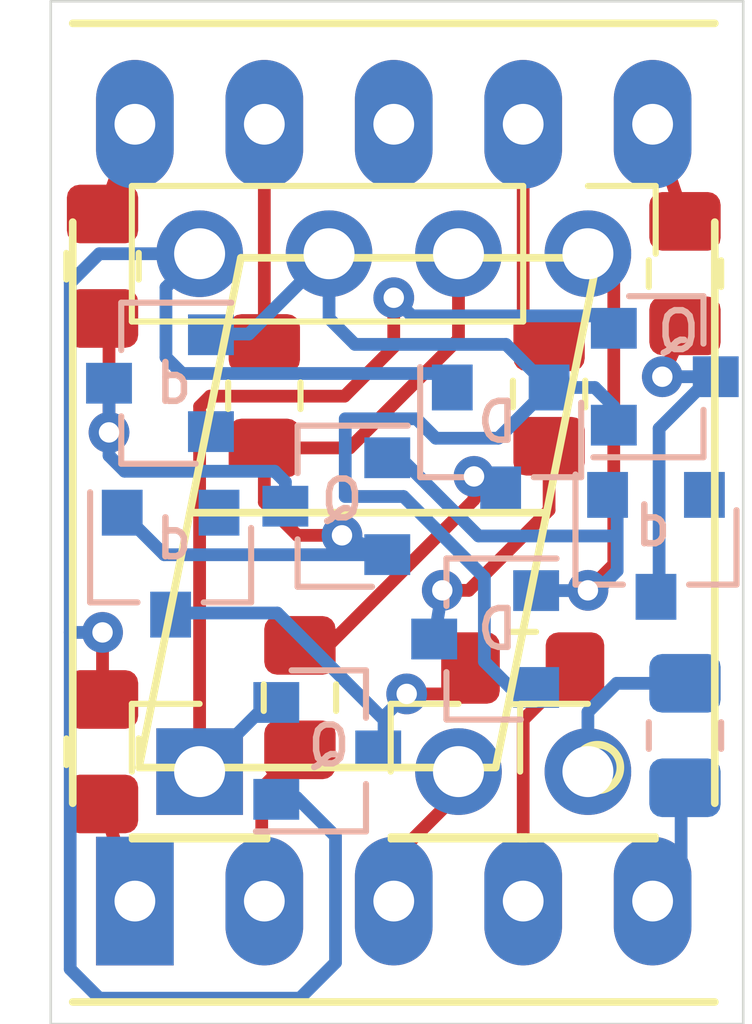
<source format=kicad_pcb>
(kicad_pcb (version 20171130) (host pcbnew 5.1.9+dfsg1-1+deb11u1)

  (general
    (thickness 1.6)
    (drawings 12)
    (tracks 127)
    (zones 0)
    (modules 21)
    (nets 22)
  )

  (page A4)
  (layers
    (0 F.Cu signal)
    (31 B.Cu signal)
    (32 B.Adhes user hide)
    (33 F.Adhes user hide)
    (34 B.Paste user hide)
    (35 F.Paste user hide)
    (36 B.SilkS user hide)
    (37 F.SilkS user hide)
    (38 B.Mask user hide)
    (39 F.Mask user hide)
    (40 Dwgs.User user hide)
    (41 Cmts.User user hide)
    (42 Eco1.User user hide)
    (43 Eco2.User user hide)
    (44 Edge.Cuts user)
    (45 Margin user hide)
    (46 B.CrtYd user hide)
    (47 F.CrtYd user hide)
    (48 B.Fab user hide)
    (49 F.Fab user hide)
  )

  (setup
    (last_trace_width 0.25)
    (trace_clearance 0.2)
    (zone_clearance 0.508)
    (zone_45_only no)
    (trace_min 0.2)
    (via_size 0.8)
    (via_drill 0.4)
    (via_min_size 0.4)
    (via_min_drill 0.3)
    (uvia_size 0.3)
    (uvia_drill 0.1)
    (uvias_allowed no)
    (uvia_min_size 0.2)
    (uvia_min_drill 0.1)
    (edge_width 0.05)
    (segment_width 0.2)
    (pcb_text_width 0.3)
    (pcb_text_size 1.5 1.5)
    (mod_edge_width 0.12)
    (mod_text_size 1 1)
    (mod_text_width 0.15)
    (pad_size 1.7 1.7)
    (pad_drill 1)
    (pad_to_mask_clearance 0)
    (aux_axis_origin 0 0)
    (visible_elements 7FFFEFFF)
    (pcbplotparams
      (layerselection 0x010fc_ffffffff)
      (usegerberextensions false)
      (usegerberattributes true)
      (usegerberadvancedattributes true)
      (creategerberjobfile true)
      (excludeedgelayer true)
      (linewidth 0.100000)
      (plotframeref false)
      (viasonmask false)
      (mode 1)
      (useauxorigin false)
      (hpglpennumber 1)
      (hpglpenspeed 20)
      (hpglpendiameter 15.000000)
      (psnegative false)
      (psa4output false)
      (plotreference true)
      (plotvalue true)
      (plotinvisibletext false)
      (padsonsilk false)
      (subtractmaskfromsilk false)
      (outputformat 1)
      (mirror false)
      (drillshape 1)
      (scaleselection 1)
      (outputdirectory ""))
  )

  (net 0 "")
  (net 1 "Net-(AFF1-Pad1)")
  (net 2 "Net-(AFF1-Pad2)")
  (net 3 "Net-(AFF1-Pad3)")
  (net 4 "Net-(AFF1-Pad4)")
  (net 5 "Net-(AFF1-Pad5)")
  (net 6 "Net-(AFF1-Pad6)")
  (net 7 "Net-(AFF1-Pad7)")
  (net 8 "Net-(AFF1-Pad9)")
  (net 9 "Net-(AFF1-Pad10)")
  (net 10 "Net-(D1-Pad3)")
  (net 11 "Net-(D1-Pad2)")
  (net 12 "Net-(D1-Pad1)")
  (net 13 "Net-(D2-Pad1)")
  (net 14 "Net-(D3-Pad2)")
  (net 15 "Net-(D3-Pad1)")
  (net 16 "Net-(D4-Pad3)")
  (net 17 "Net-(D4-Pad1)")
  (net 18 "Net-(D5-Pad1)")
  (net 19 "Net-(J1-Pad1)")
  (net 20 "Net-(J2-Pad1)")
  (net 21 "Net-(AFF1-Pad8)")

  (net_class Default "This is the default net class."
    (clearance 0.2)
    (trace_width 0.25)
    (via_dia 0.8)
    (via_drill 0.4)
    (uvia_dia 0.3)
    (uvia_drill 0.1)
    (add_net "Net-(AFF1-Pad1)")
    (add_net "Net-(AFF1-Pad10)")
    (add_net "Net-(AFF1-Pad2)")
    (add_net "Net-(AFF1-Pad3)")
    (add_net "Net-(AFF1-Pad4)")
    (add_net "Net-(AFF1-Pad5)")
    (add_net "Net-(AFF1-Pad6)")
    (add_net "Net-(AFF1-Pad7)")
    (add_net "Net-(AFF1-Pad8)")
    (add_net "Net-(AFF1-Pad9)")
    (add_net "Net-(D1-Pad1)")
    (add_net "Net-(D1-Pad2)")
    (add_net "Net-(D1-Pad3)")
    (add_net "Net-(D2-Pad1)")
    (add_net "Net-(D3-Pad1)")
    (add_net "Net-(D3-Pad2)")
    (add_net "Net-(D4-Pad1)")
    (add_net "Net-(D4-Pad3)")
    (add_net "Net-(D5-Pad1)")
    (add_net "Net-(J1-Pad1)")
    (add_net "Net-(J2-Pad1)")
  )

  (module Connector_PinHeader_2.54mm:PinHeader_1x01_P2.54mm_Vertical (layer F.Cu) (tedit 6541B3D2) (tstamp 6542E249)
    (at 146.05 78.74)
    (descr "Through hole straight pin header, 1x01, 2.54mm pitch, single row")
    (tags "Through hole pin header THT 1x01 2.54mm single row")
    (path /655213ED)
    (fp_text reference J4 (at 0 -2.33) (layer F.SilkS) hide
      (effects (font (size 1 1) (thickness 0.15)))
    )
    (fp_text value Conn_01x01_Male (at 0 2.33) (layer F.Fab)
      (effects (font (size 1 1) (thickness 0.15)))
    )
    (fp_text user %R (at 0 0 90) (layer F.Fab)
      (effects (font (size 1 1) (thickness 0.15)))
    )
    (fp_line (start -0.635 -1.27) (end 1.27 -1.27) (layer F.Fab) (width 0.1))
    (fp_line (start 1.27 -1.27) (end 1.27 1.27) (layer F.Fab) (width 0.1))
    (fp_line (start 1.27 1.27) (end -1.27 1.27) (layer F.Fab) (width 0.1))
    (fp_line (start -1.27 1.27) (end -1.27 -0.635) (layer F.Fab) (width 0.1))
    (fp_line (start -1.27 -0.635) (end -0.635 -1.27) (layer F.Fab) (width 0.1))
    (fp_line (start -1.33 1.33) (end 1.33 1.33) (layer F.SilkS) (width 0.12))
    (fp_line (start -1.33 1.27) (end -1.33 1.33) (layer F.SilkS) (width 0.12))
    (fp_line (start 1.33 1.27) (end 1.33 1.33) (layer F.SilkS) (width 0.12))
    (fp_line (start -1.33 1.27) (end 1.33 1.27) (layer F.SilkS) (width 0.12))
    (fp_line (start -1.33 0) (end -1.33 -1.33) (layer F.SilkS) (width 0.12))
    (fp_line (start -1.33 -1.33) (end 0 -1.33) (layer F.SilkS) (width 0.12))
    (fp_line (start -1.8 -1.8) (end -1.8 1.8) (layer F.CrtYd) (width 0.05))
    (fp_line (start -1.8 1.8) (end 1.8 1.8) (layer F.CrtYd) (width 0.05))
    (fp_line (start 1.8 1.8) (end 1.8 -1.8) (layer F.CrtYd) (width 0.05))
    (fp_line (start 1.8 -1.8) (end -1.8 -1.8) (layer F.CrtYd) (width 0.05))
    (pad 1 thru_hole circle (at 0 0) (size 1.7 1.7) (drill 1) (layers *.Cu *.Mask)
      (net 3 "Net-(AFF1-Pad3)"))
    (model ${KISYS3DMOD}/Connector_PinHeader_2.54mm.3dshapes/PinHeader_1x01_P2.54mm_Vertical.wrl
      (at (xyz 0 0 0))
      (scale (xyz 1 1 1))
      (rotate (xyz 0 0 0))
    )
  )

  (module Package_TO_SOT_SMD:SOT-23 (layer B.Cu) (tedit 5A02FF57) (tstamp 6542383F)
    (at 146.878 72.204 270)
    (descr "SOT-23, Standard")
    (tags SOT-23)
    (path /6541A081)
    (attr smd)
    (fp_text reference D4 (at 0 2.5 90) (layer B.SilkS) hide
      (effects (font (size 1 1) (thickness 0.15)) (justify mirror))
    )
    (fp_text value D_Schottky_x2_KCom_AAK (at 0 -2.5 90) (layer B.Fab)
      (effects (font (size 1 1) (thickness 0.15)) (justify mirror))
    )
    (fp_line (start 0.76 -1.58) (end -0.7 -1.58) (layer B.SilkS) (width 0.12))
    (fp_line (start 0.76 1.58) (end -1.4 1.58) (layer B.SilkS) (width 0.12))
    (fp_line (start -1.7 -1.75) (end -1.7 1.75) (layer B.CrtYd) (width 0.05))
    (fp_line (start 1.7 -1.75) (end -1.7 -1.75) (layer B.CrtYd) (width 0.05))
    (fp_line (start 1.7 1.75) (end 1.7 -1.75) (layer B.CrtYd) (width 0.05))
    (fp_line (start -1.7 1.75) (end 1.7 1.75) (layer B.CrtYd) (width 0.05))
    (fp_line (start 0.76 1.58) (end 0.76 0.65) (layer B.SilkS) (width 0.12))
    (fp_line (start 0.76 -1.58) (end 0.76 -0.65) (layer B.SilkS) (width 0.12))
    (fp_line (start -0.7 -1.52) (end 0.7 -1.52) (layer B.Fab) (width 0.1))
    (fp_line (start 0.7 1.52) (end 0.7 -1.52) (layer B.Fab) (width 0.1))
    (fp_line (start -0.7 0.95) (end -0.15 1.52) (layer B.Fab) (width 0.1))
    (fp_line (start -0.15 1.52) (end 0.7 1.52) (layer B.Fab) (width 0.1))
    (fp_line (start -0.7 0.95) (end -0.7 -1.5) (layer B.Fab) (width 0.1))
    (fp_text user %R (at 0 0 180) (layer B.Fab)
      (effects (font (size 0.5 0.5) (thickness 0.075)) (justify mirror))
    )
    (pad 3 smd rect (at 1 0 270) (size 0.9 0.8) (layers B.Cu B.Paste B.Mask)
      (net 16 "Net-(D4-Pad3)"))
    (pad 2 smd rect (at -1 -0.95 270) (size 0.9 0.8) (layers B.Cu B.Paste B.Mask)
      (net 11 "Net-(D1-Pad2)"))
    (pad 1 smd rect (at -1 0.95 270) (size 0.9 0.8) (layers B.Cu B.Paste B.Mask)
      (net 17 "Net-(D4-Pad1)"))
    (model ${KISYS3DMOD}/Package_TO_SOT_SMD.3dshapes/SOT-23.wrl
      (at (xyz 0 0 0))
      (scale (xyz 1 1 1))
      (rotate (xyz 0 0 0))
    )
  )

  (module Package_TO_SOT_SMD:SOT-23 (layer B.Cu) (tedit 5A02FF57) (tstamp 654235CA)
    (at 146.574 76.139 180)
    (descr "SOT-23, Standard")
    (tags SOT-23)
    (path /65419F56)
    (attr smd)
    (fp_text reference D1 (at 0 2.5) (layer B.SilkS) hide
      (effects (font (size 1 1) (thickness 0.15)) (justify mirror))
    )
    (fp_text value D_Schottky_x2_KCom_AAK (at 0 -2.5) (layer B.Fab)
      (effects (font (size 1 1) (thickness 0.15)) (justify mirror))
    )
    (fp_line (start 0.76 -1.58) (end -0.7 -1.58) (layer B.SilkS) (width 0.12))
    (fp_line (start 0.76 1.58) (end -1.4 1.58) (layer B.SilkS) (width 0.12))
    (fp_line (start -1.7 -1.75) (end -1.7 1.75) (layer B.CrtYd) (width 0.05))
    (fp_line (start 1.7 -1.75) (end -1.7 -1.75) (layer B.CrtYd) (width 0.05))
    (fp_line (start 1.7 1.75) (end 1.7 -1.75) (layer B.CrtYd) (width 0.05))
    (fp_line (start -1.7 1.75) (end 1.7 1.75) (layer B.CrtYd) (width 0.05))
    (fp_line (start 0.76 1.58) (end 0.76 0.65) (layer B.SilkS) (width 0.12))
    (fp_line (start 0.76 -1.58) (end 0.76 -0.65) (layer B.SilkS) (width 0.12))
    (fp_line (start -0.7 -1.52) (end 0.7 -1.52) (layer B.Fab) (width 0.1))
    (fp_line (start 0.7 1.52) (end 0.7 -1.52) (layer B.Fab) (width 0.1))
    (fp_line (start -0.7 0.95) (end -0.15 1.52) (layer B.Fab) (width 0.1))
    (fp_line (start -0.15 1.52) (end 0.7 1.52) (layer B.Fab) (width 0.1))
    (fp_line (start -0.7 0.95) (end -0.7 -1.5) (layer B.Fab) (width 0.1))
    (fp_text user %R (at 0 0 270) (layer B.Fab)
      (effects (font (size 0.5 0.5) (thickness 0.075)) (justify mirror))
    )
    (pad 3 smd rect (at 1 0 180) (size 0.9 0.8) (layers B.Cu B.Paste B.Mask)
      (net 10 "Net-(D1-Pad3)"))
    (pad 2 smd rect (at -1 -0.95 180) (size 0.9 0.8) (layers B.Cu B.Paste B.Mask)
      (net 11 "Net-(D1-Pad2)"))
    (pad 1 smd rect (at -1 0.95 180) (size 0.9 0.8) (layers B.Cu B.Paste B.Mask)
      (net 12 "Net-(D1-Pad1)"))
    (model ${KISYS3DMOD}/Package_TO_SOT_SMD.3dshapes/SOT-23.wrl
      (at (xyz 0 0 0))
      (scale (xyz 1 1 1))
      (rotate (xyz 0 0 0))
    )
  )

  (module Diode_SMD:D_SOT-23_ANK (layer B.Cu) (tedit 587CCEF9) (tstamp 654238F6)
    (at 140.192 71.12 180)
    (descr "SOT-23, Single Diode")
    (tags SOT-23)
    (path /6541E7AC)
    (attr smd)
    (fp_text reference D5 (at 0 2.5) (layer B.SilkS) hide
      (effects (font (size 1 1) (thickness 0.15)) (justify mirror))
    )
    (fp_text value 1N4148W (at 0 -2.5) (layer B.Fab)
      (effects (font (size 1 1) (thickness 0.15)) (justify mirror))
    )
    (fp_line (start 0.76 -1.58) (end -0.7 -1.58) (layer B.SilkS) (width 0.12))
    (fp_line (start -0.7 1.52) (end -0.7 -1.52) (layer B.Fab) (width 0.1))
    (fp_line (start -0.7 1.52) (end 0.7 1.52) (layer B.Fab) (width 0.1))
    (fp_line (start 0.76 1.58) (end -1.4 1.58) (layer B.SilkS) (width 0.12))
    (fp_line (start -1.7 -1.75) (end -1.7 1.75) (layer B.CrtYd) (width 0.05))
    (fp_line (start 1.7 -1.75) (end -1.7 -1.75) (layer B.CrtYd) (width 0.05))
    (fp_line (start 1.7 1.75) (end 1.7 -1.75) (layer B.CrtYd) (width 0.05))
    (fp_line (start -1.7 1.75) (end 1.7 1.75) (layer B.CrtYd) (width 0.05))
    (fp_line (start -0.7 -1.52) (end 0.7 -1.52) (layer B.Fab) (width 0.1))
    (fp_line (start 0.7 1.52) (end 0.7 -1.52) (layer B.Fab) (width 0.1))
    (fp_line (start 0.76 1.58) (end 0.76 0.65) (layer B.SilkS) (width 0.12))
    (fp_line (start 0.76 -1.58) (end 0.76 -0.65) (layer B.SilkS) (width 0.12))
    (fp_line (start 0.15 0.65) (end 0.15 0.25) (layer B.Fab) (width 0.1))
    (fp_line (start 0.15 0.45) (end 0.4 0.45) (layer B.Fab) (width 0.1))
    (fp_line (start 0.15 0.45) (end -0.15 0.65) (layer B.Fab) (width 0.1))
    (fp_line (start -0.15 0.65) (end -0.15 0.25) (layer B.Fab) (width 0.1))
    (fp_line (start -0.15 0.25) (end 0.15 0.45) (layer B.Fab) (width 0.1))
    (fp_line (start -0.15 0.45) (end -0.4 0.45) (layer B.Fab) (width 0.1))
    (fp_text user %R (at 0 2.5) (layer B.Fab)
      (effects (font (size 1 1) (thickness 0.15)) (justify mirror))
    )
    (pad 1 smd rect (at 1 0 180) (size 0.9 0.8) (layers B.Cu B.Paste B.Mask)
      (net 18 "Net-(D5-Pad1)"))
    (pad "" smd rect (at -1 -0.95 180) (size 0.9 0.8) (layers B.Cu B.Paste B.Mask))
    (pad 2 smd rect (at -1 0.95 180) (size 0.9 0.8) (layers B.Cu B.Paste B.Mask)
      (net 11 "Net-(D1-Pad2)"))
    (model ${KISYS3DMOD}/Diode_SMD.3dshapes/D_SOT-23.wrl
      (at (xyz 0 0 0))
      (scale (xyz 1 1 1))
      (rotate (xyz 0 0 0))
    )
  )

  (module Diode_SMD:D_SOT-23_ANK (layer B.Cu) (tedit 587CCEF9) (tstamp 65423738)
    (at 140.401 74.66 270)
    (descr "SOT-23, Single Diode")
    (tags SOT-23)
    (path /6541E3F4)
    (attr smd)
    (fp_text reference D3 (at 0 2.5 90) (layer B.SilkS) hide
      (effects (font (size 1 1) (thickness 0.15)) (justify mirror))
    )
    (fp_text value 1N4148W (at 0 -2.5 90) (layer B.Fab)
      (effects (font (size 1 1) (thickness 0.15)) (justify mirror))
    )
    (fp_line (start 0.76 -1.58) (end -0.7 -1.58) (layer B.SilkS) (width 0.12))
    (fp_line (start -0.7 1.52) (end -0.7 -1.52) (layer B.Fab) (width 0.1))
    (fp_line (start -0.7 1.52) (end 0.7 1.52) (layer B.Fab) (width 0.1))
    (fp_line (start 0.76 1.58) (end -1.4 1.58) (layer B.SilkS) (width 0.12))
    (fp_line (start -1.7 -1.75) (end -1.7 1.75) (layer B.CrtYd) (width 0.05))
    (fp_line (start 1.7 -1.75) (end -1.7 -1.75) (layer B.CrtYd) (width 0.05))
    (fp_line (start 1.7 1.75) (end 1.7 -1.75) (layer B.CrtYd) (width 0.05))
    (fp_line (start -1.7 1.75) (end 1.7 1.75) (layer B.CrtYd) (width 0.05))
    (fp_line (start -0.7 -1.52) (end 0.7 -1.52) (layer B.Fab) (width 0.1))
    (fp_line (start 0.7 1.52) (end 0.7 -1.52) (layer B.Fab) (width 0.1))
    (fp_line (start 0.76 1.58) (end 0.76 0.65) (layer B.SilkS) (width 0.12))
    (fp_line (start 0.76 -1.58) (end 0.76 -0.65) (layer B.SilkS) (width 0.12))
    (fp_line (start 0.15 0.65) (end 0.15 0.25) (layer B.Fab) (width 0.1))
    (fp_line (start 0.15 0.45) (end 0.4 0.45) (layer B.Fab) (width 0.1))
    (fp_line (start 0.15 0.45) (end -0.15 0.65) (layer B.Fab) (width 0.1))
    (fp_line (start -0.15 0.65) (end -0.15 0.25) (layer B.Fab) (width 0.1))
    (fp_line (start -0.15 0.25) (end 0.15 0.45) (layer B.Fab) (width 0.1))
    (fp_line (start -0.15 0.45) (end -0.4 0.45) (layer B.Fab) (width 0.1))
    (fp_text user %R (at 0 2.5 90) (layer B.Fab)
      (effects (font (size 1 1) (thickness 0.15)) (justify mirror))
    )
    (pad 1 smd rect (at 1 0 270) (size 0.9 0.8) (layers B.Cu B.Paste B.Mask)
      (net 15 "Net-(D3-Pad1)"))
    (pad "" smd rect (at -1 -0.95 270) (size 0.9 0.8) (layers B.Cu B.Paste B.Mask))
    (pad 2 smd rect (at -1 0.95 270) (size 0.9 0.8) (layers B.Cu B.Paste B.Mask)
      (net 14 "Net-(D3-Pad2)"))
    (model ${KISYS3DMOD}/Diode_SMD.3dshapes/D_SOT-23.wrl
      (at (xyz 0 0 0))
      (scale (xyz 1 1 1))
      (rotate (xyz 0 0 0))
    )
  )

  (module Diode_SMD:D_SOT-23_ANK (layer B.Cu) (tedit 587CCEF9) (tstamp 65423681)
    (at 149.926 74.311 270)
    (descr "SOT-23, Single Diode")
    (tags SOT-23)
    (path /6541E1BB)
    (attr smd)
    (fp_text reference D2 (at 0 2.5 90) (layer B.SilkS) hide
      (effects (font (size 1 1) (thickness 0.15)) (justify mirror))
    )
    (fp_text value 1N4148W (at 0 -2.5 90) (layer B.Fab)
      (effects (font (size 1 1) (thickness 0.15)) (justify mirror))
    )
    (fp_line (start 0.76 -1.58) (end -0.7 -1.58) (layer B.SilkS) (width 0.12))
    (fp_line (start -0.7 1.52) (end -0.7 -1.52) (layer B.Fab) (width 0.1))
    (fp_line (start -0.7 1.52) (end 0.7 1.52) (layer B.Fab) (width 0.1))
    (fp_line (start 0.76 1.58) (end -1.4 1.58) (layer B.SilkS) (width 0.12))
    (fp_line (start -1.7 -1.75) (end -1.7 1.75) (layer B.CrtYd) (width 0.05))
    (fp_line (start 1.7 -1.75) (end -1.7 -1.75) (layer B.CrtYd) (width 0.05))
    (fp_line (start 1.7 1.75) (end 1.7 -1.75) (layer B.CrtYd) (width 0.05))
    (fp_line (start -1.7 1.75) (end 1.7 1.75) (layer B.CrtYd) (width 0.05))
    (fp_line (start -0.7 -1.52) (end 0.7 -1.52) (layer B.Fab) (width 0.1))
    (fp_line (start 0.7 1.52) (end 0.7 -1.52) (layer B.Fab) (width 0.1))
    (fp_line (start 0.76 1.58) (end 0.76 0.65) (layer B.SilkS) (width 0.12))
    (fp_line (start 0.76 -1.58) (end 0.76 -0.65) (layer B.SilkS) (width 0.12))
    (fp_line (start 0.15 0.65) (end 0.15 0.25) (layer B.Fab) (width 0.1))
    (fp_line (start 0.15 0.45) (end 0.4 0.45) (layer B.Fab) (width 0.1))
    (fp_line (start 0.15 0.45) (end -0.15 0.65) (layer B.Fab) (width 0.1))
    (fp_line (start -0.15 0.65) (end -0.15 0.25) (layer B.Fab) (width 0.1))
    (fp_line (start -0.15 0.25) (end 0.15 0.45) (layer B.Fab) (width 0.1))
    (fp_line (start -0.15 0.45) (end -0.4 0.45) (layer B.Fab) (width 0.1))
    (fp_text user %R (at 0 2.5 90) (layer B.Fab)
      (effects (font (size 1 1) (thickness 0.15)) (justify mirror))
    )
    (pad 1 smd rect (at 1 0 270) (size 0.9 0.8) (layers B.Cu B.Paste B.Mask)
      (net 13 "Net-(D2-Pad1)"))
    (pad "" smd rect (at -1 -0.95 270) (size 0.9 0.8) (layers B.Cu B.Paste B.Mask))
    (pad 2 smd rect (at -1 0.95 270) (size 0.9 0.8) (layers B.Cu B.Paste B.Mask)
      (net 12 "Net-(D1-Pad1)"))
    (model ${KISYS3DMOD}/Diode_SMD.3dshapes/D_SOT-23.wrl
      (at (xyz 0 0 0))
      (scale (xyz 1 1 1))
      (rotate (xyz 0 0 0))
    )
  )

  (module Resistor_SMD:R_0805_2012Metric_Pad1.15x1.40mm_HandSolder (layer B.Cu) (tedit 5B36C52B) (tstamp 65424709)
    (at 150.495 78.0325 90)
    (descr "Resistor SMD 0805 (2012 Metric), square (rectangular) end terminal, IPC_7351 nominal with elongated pad for handsoldering. (Body size source: https://docs.google.com/spreadsheets/d/1BsfQQcO9C6DZCsRaXUlFlo91Tg2WpOkGARC1WS5S8t0/edit?usp=sharing), generated with kicad-footprint-generator")
    (tags "resistor handsolder")
    (path /654B1E96)
    (attr smd)
    (fp_text reference R8 (at 0 1.65 90) (layer B.SilkS) hide
      (effects (font (size 1 1) (thickness 0.15)) (justify mirror))
    )
    (fp_text value R (at 0 -1.65 90) (layer B.Fab)
      (effects (font (size 1 1) (thickness 0.15)) (justify mirror))
    )
    (fp_line (start 1.85 -0.95) (end -1.85 -0.95) (layer B.CrtYd) (width 0.05))
    (fp_line (start 1.85 0.95) (end 1.85 -0.95) (layer B.CrtYd) (width 0.05))
    (fp_line (start -1.85 0.95) (end 1.85 0.95) (layer B.CrtYd) (width 0.05))
    (fp_line (start -1.85 -0.95) (end -1.85 0.95) (layer B.CrtYd) (width 0.05))
    (fp_line (start -0.261252 -0.71) (end 0.261252 -0.71) (layer B.SilkS) (width 0.12))
    (fp_line (start -0.261252 0.71) (end 0.261252 0.71) (layer B.SilkS) (width 0.12))
    (fp_line (start 1 -0.6) (end -1 -0.6) (layer B.Fab) (width 0.1))
    (fp_line (start 1 0.6) (end 1 -0.6) (layer B.Fab) (width 0.1))
    (fp_line (start -1 0.6) (end 1 0.6) (layer B.Fab) (width 0.1))
    (fp_line (start -1 -0.6) (end -1 0.6) (layer B.Fab) (width 0.1))
    (fp_text user %R (at 0 0 90) (layer B.Fab)
      (effects (font (size 0.5 0.5) (thickness 0.08)) (justify mirror))
    )
    (pad 2 smd roundrect (at 1.025 0 90) (size 1.15 1.4) (layers B.Cu B.Paste B.Mask) (roundrect_rratio 0.217391)
      (net 19 "Net-(J1-Pad1)"))
    (pad 1 smd roundrect (at -1.025 0 90) (size 1.15 1.4) (layers B.Cu B.Paste B.Mask) (roundrect_rratio 0.217391)
      (net 5 "Net-(AFF1-Pad5)"))
    (model ${KISYS3DMOD}/Resistor_SMD.3dshapes/R_0805_2012Metric.wrl
      (at (xyz 0 0 0))
      (scale (xyz 1 1 1))
      (rotate (xyz 0 0 0))
    )
  )

  (module Resistor_SMD:R_0805_2012Metric_Pad1.15x1.40mm_HandSolder (layer F.Cu) (tedit 5B36C52B) (tstamp 65424682)
    (at 139.065 68.825 270)
    (descr "Resistor SMD 0805 (2012 Metric), square (rectangular) end terminal, IPC_7351 nominal with elongated pad for handsoldering. (Body size source: https://docs.google.com/spreadsheets/d/1BsfQQcO9C6DZCsRaXUlFlo91Tg2WpOkGARC1WS5S8t0/edit?usp=sharing), generated with kicad-footprint-generator")
    (tags "resistor handsolder")
    (path /65420B81)
    (attr smd)
    (fp_text reference R7 (at 0 -1.65 90) (layer F.SilkS) hide
      (effects (font (size 1 1) (thickness 0.15)))
    )
    (fp_text value R (at 0 1.65 90) (layer F.Fab)
      (effects (font (size 1 1) (thickness 0.15)))
    )
    (fp_line (start 1.85 0.95) (end -1.85 0.95) (layer F.CrtYd) (width 0.05))
    (fp_line (start 1.85 -0.95) (end 1.85 0.95) (layer F.CrtYd) (width 0.05))
    (fp_line (start -1.85 -0.95) (end 1.85 -0.95) (layer F.CrtYd) (width 0.05))
    (fp_line (start -1.85 0.95) (end -1.85 -0.95) (layer F.CrtYd) (width 0.05))
    (fp_line (start -0.261252 0.71) (end 0.261252 0.71) (layer F.SilkS) (width 0.12))
    (fp_line (start -0.261252 -0.71) (end 0.261252 -0.71) (layer F.SilkS) (width 0.12))
    (fp_line (start 1 0.6) (end -1 0.6) (layer F.Fab) (width 0.1))
    (fp_line (start 1 -0.6) (end 1 0.6) (layer F.Fab) (width 0.1))
    (fp_line (start -1 -0.6) (end 1 -0.6) (layer F.Fab) (width 0.1))
    (fp_line (start -1 0.6) (end -1 -0.6) (layer F.Fab) (width 0.1))
    (fp_text user %R (at 0 0 90) (layer F.Fab)
      (effects (font (size 0.5 0.5) (thickness 0.08)))
    )
    (pad 2 smd roundrect (at 1.025 0 270) (size 1.15 1.4) (layers F.Cu F.Paste F.Mask) (roundrect_rratio 0.217391)
      (net 18 "Net-(D5-Pad1)"))
    (pad 1 smd roundrect (at -1.025 0 270) (size 1.15 1.4) (layers F.Cu F.Paste F.Mask) (roundrect_rratio 0.217391)
      (net 9 "Net-(AFF1-Pad10)"))
    (model ${KISYS3DMOD}/Resistor_SMD.3dshapes/R_0805_2012Metric.wrl
      (at (xyz 0 0 0))
      (scale (xyz 1 1 1))
      (rotate (xyz 0 0 0))
    )
  )

  (module Resistor_SMD:R_0805_2012Metric_Pad1.15x1.40mm_HandSolder (layer F.Cu) (tedit 5B36C52B) (tstamp 654245FB)
    (at 142.24 71.365 270)
    (descr "Resistor SMD 0805 (2012 Metric), square (rectangular) end terminal, IPC_7351 nominal with elongated pad for handsoldering. (Body size source: https://docs.google.com/spreadsheets/d/1BsfQQcO9C6DZCsRaXUlFlo91Tg2WpOkGARC1WS5S8t0/edit?usp=sharing), generated with kicad-footprint-generator")
    (tags "resistor handsolder")
    (path /65420765)
    (attr smd)
    (fp_text reference R6 (at 0 -1.65 90) (layer F.SilkS) hide
      (effects (font (size 1 1) (thickness 0.15)))
    )
    (fp_text value R (at 0 1.65 90) (layer F.Fab)
      (effects (font (size 1 1) (thickness 0.15)))
    )
    (fp_line (start 1.85 0.95) (end -1.85 0.95) (layer F.CrtYd) (width 0.05))
    (fp_line (start 1.85 -0.95) (end 1.85 0.95) (layer F.CrtYd) (width 0.05))
    (fp_line (start -1.85 -0.95) (end 1.85 -0.95) (layer F.CrtYd) (width 0.05))
    (fp_line (start -1.85 0.95) (end -1.85 -0.95) (layer F.CrtYd) (width 0.05))
    (fp_line (start -0.261252 0.71) (end 0.261252 0.71) (layer F.SilkS) (width 0.12))
    (fp_line (start -0.261252 -0.71) (end 0.261252 -0.71) (layer F.SilkS) (width 0.12))
    (fp_line (start 1 0.6) (end -1 0.6) (layer F.Fab) (width 0.1))
    (fp_line (start 1 -0.6) (end 1 0.6) (layer F.Fab) (width 0.1))
    (fp_line (start -1 -0.6) (end 1 -0.6) (layer F.Fab) (width 0.1))
    (fp_line (start -1 0.6) (end -1 -0.6) (layer F.Fab) (width 0.1))
    (fp_text user %R (at 0 0 90) (layer F.Fab)
      (effects (font (size 0.5 0.5) (thickness 0.08)))
    )
    (pad 2 smd roundrect (at 1.025 0 270) (size 1.15 1.4) (layers F.Cu F.Paste F.Mask) (roundrect_rratio 0.217391)
      (net 14 "Net-(D3-Pad2)"))
    (pad 1 smd roundrect (at -1.025 0 270) (size 1.15 1.4) (layers F.Cu F.Paste F.Mask) (roundrect_rratio 0.217391)
      (net 8 "Net-(AFF1-Pad9)"))
    (model ${KISYS3DMOD}/Resistor_SMD.3dshapes/R_0805_2012Metric.wrl
      (at (xyz 0 0 0))
      (scale (xyz 1 1 1))
      (rotate (xyz 0 0 0))
    )
  )

  (module Resistor_SMD:R_0805_2012Metric_Pad1.15x1.40mm_HandSolder (layer F.Cu) (tedit 5B36C52B) (tstamp 65424574)
    (at 139.065 78.35 90)
    (descr "Resistor SMD 0805 (2012 Metric), square (rectangular) end terminal, IPC_7351 nominal with elongated pad for handsoldering. (Body size source: https://docs.google.com/spreadsheets/d/1BsfQQcO9C6DZCsRaXUlFlo91Tg2WpOkGARC1WS5S8t0/edit?usp=sharing), generated with kicad-footprint-generator")
    (tags "resistor handsolder")
    (path /654204CF)
    (attr smd)
    (fp_text reference R5 (at 0 -1.65 90) (layer F.SilkS) hide
      (effects (font (size 1 1) (thickness 0.15)))
    )
    (fp_text value R (at 0 1.65 90) (layer F.Fab)
      (effects (font (size 1 1) (thickness 0.15)))
    )
    (fp_line (start 1.85 0.95) (end -1.85 0.95) (layer F.CrtYd) (width 0.05))
    (fp_line (start 1.85 -0.95) (end 1.85 0.95) (layer F.CrtYd) (width 0.05))
    (fp_line (start -1.85 -0.95) (end 1.85 -0.95) (layer F.CrtYd) (width 0.05))
    (fp_line (start -1.85 0.95) (end -1.85 -0.95) (layer F.CrtYd) (width 0.05))
    (fp_line (start -0.261252 0.71) (end 0.261252 0.71) (layer F.SilkS) (width 0.12))
    (fp_line (start -0.261252 -0.71) (end 0.261252 -0.71) (layer F.SilkS) (width 0.12))
    (fp_line (start 1 0.6) (end -1 0.6) (layer F.Fab) (width 0.1))
    (fp_line (start 1 -0.6) (end 1 0.6) (layer F.Fab) (width 0.1))
    (fp_line (start -1 -0.6) (end 1 -0.6) (layer F.Fab) (width 0.1))
    (fp_line (start -1 0.6) (end -1 -0.6) (layer F.Fab) (width 0.1))
    (fp_text user %R (at 0 0 90) (layer F.Fab)
      (effects (font (size 0.5 0.5) (thickness 0.08)))
    )
    (pad 2 smd roundrect (at 1.025 0 90) (size 1.15 1.4) (layers F.Cu F.Paste F.Mask) (roundrect_rratio 0.217391)
      (net 17 "Net-(D4-Pad1)"))
    (pad 1 smd roundrect (at -1.025 0 90) (size 1.15 1.4) (layers F.Cu F.Paste F.Mask) (roundrect_rratio 0.217391)
      (net 1 "Net-(AFF1-Pad1)"))
    (model ${KISYS3DMOD}/Resistor_SMD.3dshapes/R_0805_2012Metric.wrl
      (at (xyz 0 0 0))
      (scale (xyz 1 1 1))
      (rotate (xyz 0 0 0))
    )
  )

  (module Resistor_SMD:R_0805_2012Metric_Pad1.15x1.40mm_HandSolder (layer F.Cu) (tedit 5B36C52B) (tstamp 654244ED)
    (at 142.9385 77.2885 90)
    (descr "Resistor SMD 0805 (2012 Metric), square (rectangular) end terminal, IPC_7351 nominal with elongated pad for handsoldering. (Body size source: https://docs.google.com/spreadsheets/d/1BsfQQcO9C6DZCsRaXUlFlo91Tg2WpOkGARC1WS5S8t0/edit?usp=sharing), generated with kicad-footprint-generator")
    (tags "resistor handsolder")
    (path /6542010D)
    (attr smd)
    (fp_text reference R4 (at 0 -1.65 90) (layer F.SilkS) hide
      (effects (font (size 1 1) (thickness 0.15)))
    )
    (fp_text value R (at 0 1.65 90) (layer F.Fab)
      (effects (font (size 1 1) (thickness 0.15)))
    )
    (fp_line (start 1.85 0.95) (end -1.85 0.95) (layer F.CrtYd) (width 0.05))
    (fp_line (start 1.85 -0.95) (end 1.85 0.95) (layer F.CrtYd) (width 0.05))
    (fp_line (start -1.85 -0.95) (end 1.85 -0.95) (layer F.CrtYd) (width 0.05))
    (fp_line (start -1.85 0.95) (end -1.85 -0.95) (layer F.CrtYd) (width 0.05))
    (fp_line (start -0.261252 0.71) (end 0.261252 0.71) (layer F.SilkS) (width 0.12))
    (fp_line (start -0.261252 -0.71) (end 0.261252 -0.71) (layer F.SilkS) (width 0.12))
    (fp_line (start 1 0.6) (end -1 0.6) (layer F.Fab) (width 0.1))
    (fp_line (start 1 -0.6) (end 1 0.6) (layer F.Fab) (width 0.1))
    (fp_line (start -1 -0.6) (end 1 -0.6) (layer F.Fab) (width 0.1))
    (fp_line (start -1 0.6) (end -1 -0.6) (layer F.Fab) (width 0.1))
    (fp_text user %R (at 0 0 90) (layer F.Fab)
      (effects (font (size 0.5 0.5) (thickness 0.08)))
    )
    (pad 2 smd roundrect (at 1.025 0 90) (size 1.15 1.4) (layers F.Cu F.Paste F.Mask) (roundrect_rratio 0.217391)
      (net 16 "Net-(D4-Pad3)"))
    (pad 1 smd roundrect (at -1.025 0 90) (size 1.15 1.4) (layers F.Cu F.Paste F.Mask) (roundrect_rratio 0.217391)
      (net 2 "Net-(AFF1-Pad2)"))
    (model ${KISYS3DMOD}/Resistor_SMD.3dshapes/R_0805_2012Metric.wrl
      (at (xyz 0 0 0))
      (scale (xyz 1 1 1))
      (rotate (xyz 0 0 0))
    )
  )

  (module Resistor_SMD:R_0805_2012Metric_Pad1.15x1.40mm_HandSolder (layer F.Cu) (tedit 5B36C52B) (tstamp 65424466)
    (at 147.311 76.708 180)
    (descr "Resistor SMD 0805 (2012 Metric), square (rectangular) end terminal, IPC_7351 nominal with elongated pad for handsoldering. (Body size source: https://docs.google.com/spreadsheets/d/1BsfQQcO9C6DZCsRaXUlFlo91Tg2WpOkGARC1WS5S8t0/edit?usp=sharing), generated with kicad-footprint-generator")
    (tags "resistor handsolder")
    (path /6541FD88)
    (attr smd)
    (fp_text reference R3 (at 0 -1.65) (layer F.SilkS) hide
      (effects (font (size 1 1) (thickness 0.15)))
    )
    (fp_text value R (at 0 1.65) (layer F.Fab)
      (effects (font (size 1 1) (thickness 0.15)))
    )
    (fp_line (start 1.85 0.95) (end -1.85 0.95) (layer F.CrtYd) (width 0.05))
    (fp_line (start 1.85 -0.95) (end 1.85 0.95) (layer F.CrtYd) (width 0.05))
    (fp_line (start -1.85 -0.95) (end 1.85 -0.95) (layer F.CrtYd) (width 0.05))
    (fp_line (start -1.85 0.95) (end -1.85 -0.95) (layer F.CrtYd) (width 0.05))
    (fp_line (start -0.261252 0.71) (end 0.261252 0.71) (layer F.SilkS) (width 0.12))
    (fp_line (start -0.261252 -0.71) (end 0.261252 -0.71) (layer F.SilkS) (width 0.12))
    (fp_line (start 1 0.6) (end -1 0.6) (layer F.Fab) (width 0.1))
    (fp_line (start 1 -0.6) (end 1 0.6) (layer F.Fab) (width 0.1))
    (fp_line (start -1 -0.6) (end 1 -0.6) (layer F.Fab) (width 0.1))
    (fp_line (start -1 0.6) (end -1 -0.6) (layer F.Fab) (width 0.1))
    (fp_text user %R (at 0 0) (layer F.Fab)
      (effects (font (size 0.5 0.5) (thickness 0.08)))
    )
    (pad 2 smd roundrect (at 1.025 0 180) (size 1.15 1.4) (layers F.Cu F.Paste F.Mask) (roundrect_rratio 0.217391)
      (net 15 "Net-(D3-Pad1)"))
    (pad 1 smd roundrect (at -1.025 0 180) (size 1.15 1.4) (layers F.Cu F.Paste F.Mask) (roundrect_rratio 0.217391)
      (net 4 "Net-(AFF1-Pad4)"))
    (model ${KISYS3DMOD}/Resistor_SMD.3dshapes/R_0805_2012Metric.wrl
      (at (xyz 0 0 0))
      (scale (xyz 1 1 1))
      (rotate (xyz 0 0 0))
    )
  )

  (module Resistor_SMD:R_0805_2012Metric_Pad1.15x1.40mm_HandSolder (layer F.Cu) (tedit 5B36C52B) (tstamp 654243DF)
    (at 150.495 68.97 270)
    (descr "Resistor SMD 0805 (2012 Metric), square (rectangular) end terminal, IPC_7351 nominal with elongated pad for handsoldering. (Body size source: https://docs.google.com/spreadsheets/d/1BsfQQcO9C6DZCsRaXUlFlo91Tg2WpOkGARC1WS5S8t0/edit?usp=sharing), generated with kicad-footprint-generator")
    (tags "resistor handsolder")
    (path /6541F9C2)
    (attr smd)
    (fp_text reference R2 (at 0 -1.65 90) (layer F.SilkS) hide
      (effects (font (size 1 1) (thickness 0.15)))
    )
    (fp_text value R (at 0 1.65 90) (layer F.Fab)
      (effects (font (size 1 1) (thickness 0.15)))
    )
    (fp_line (start 1.85 0.95) (end -1.85 0.95) (layer F.CrtYd) (width 0.05))
    (fp_line (start 1.85 -0.95) (end 1.85 0.95) (layer F.CrtYd) (width 0.05))
    (fp_line (start -1.85 -0.95) (end 1.85 -0.95) (layer F.CrtYd) (width 0.05))
    (fp_line (start -1.85 0.95) (end -1.85 -0.95) (layer F.CrtYd) (width 0.05))
    (fp_line (start -0.261252 0.71) (end 0.261252 0.71) (layer F.SilkS) (width 0.12))
    (fp_line (start -0.261252 -0.71) (end 0.261252 -0.71) (layer F.SilkS) (width 0.12))
    (fp_line (start 1 0.6) (end -1 0.6) (layer F.Fab) (width 0.1))
    (fp_line (start 1 -0.6) (end 1 0.6) (layer F.Fab) (width 0.1))
    (fp_line (start -1 -0.6) (end 1 -0.6) (layer F.Fab) (width 0.1))
    (fp_line (start -1 0.6) (end -1 -0.6) (layer F.Fab) (width 0.1))
    (fp_text user %R (at 0 0 90) (layer F.Fab)
      (effects (font (size 0.5 0.5) (thickness 0.08)))
    )
    (pad 2 smd roundrect (at 1.025 0 270) (size 1.15 1.4) (layers F.Cu F.Paste F.Mask) (roundrect_rratio 0.217391)
      (net 13 "Net-(D2-Pad1)"))
    (pad 1 smd roundrect (at -1.025 0 270) (size 1.15 1.4) (layers F.Cu F.Paste F.Mask) (roundrect_rratio 0.217391)
      (net 6 "Net-(AFF1-Pad6)"))
    (model ${KISYS3DMOD}/Resistor_SMD.3dshapes/R_0805_2012Metric.wrl
      (at (xyz 0 0 0))
      (scale (xyz 1 1 1))
      (rotate (xyz 0 0 0))
    )
  )

  (module Resistor_SMD:R_0805_2012Metric_Pad1.15x1.40mm_HandSolder (layer F.Cu) (tedit 5B36C52B) (tstamp 65424358)
    (at 147.828 71.3322 270)
    (descr "Resistor SMD 0805 (2012 Metric), square (rectangular) end terminal, IPC_7351 nominal with elongated pad for handsoldering. (Body size source: https://docs.google.com/spreadsheets/d/1BsfQQcO9C6DZCsRaXUlFlo91Tg2WpOkGARC1WS5S8t0/edit?usp=sharing), generated with kicad-footprint-generator")
    (tags "resistor handsolder")
    (path /6541F1A1)
    (attr smd)
    (fp_text reference R1 (at 0 -1.65 90) (layer F.SilkS) hide
      (effects (font (size 1 1) (thickness 0.15)))
    )
    (fp_text value R (at 0 1.65 90) (layer F.Fab)
      (effects (font (size 1 1) (thickness 0.15)))
    )
    (fp_line (start 1.85 0.95) (end -1.85 0.95) (layer F.CrtYd) (width 0.05))
    (fp_line (start 1.85 -0.95) (end 1.85 0.95) (layer F.CrtYd) (width 0.05))
    (fp_line (start -1.85 -0.95) (end 1.85 -0.95) (layer F.CrtYd) (width 0.05))
    (fp_line (start -1.85 0.95) (end -1.85 -0.95) (layer F.CrtYd) (width 0.05))
    (fp_line (start -0.261252 0.71) (end 0.261252 0.71) (layer F.SilkS) (width 0.12))
    (fp_line (start -0.261252 -0.71) (end 0.261252 -0.71) (layer F.SilkS) (width 0.12))
    (fp_line (start 1 0.6) (end -1 0.6) (layer F.Fab) (width 0.1))
    (fp_line (start 1 -0.6) (end 1 0.6) (layer F.Fab) (width 0.1))
    (fp_line (start -1 -0.6) (end 1 -0.6) (layer F.Fab) (width 0.1))
    (fp_line (start -1 0.6) (end -1 -0.6) (layer F.Fab) (width 0.1))
    (fp_text user %R (at 0 0 90) (layer F.Fab)
      (effects (font (size 0.5 0.5) (thickness 0.08)))
    )
    (pad 2 smd roundrect (at 1.025 0 270) (size 1.15 1.4) (layers F.Cu F.Paste F.Mask) (roundrect_rratio 0.217391)
      (net 10 "Net-(D1-Pad3)"))
    (pad 1 smd roundrect (at -1.025 0 270) (size 1.15 1.4) (layers F.Cu F.Paste F.Mask) (roundrect_rratio 0.217391)
      (net 7 "Net-(AFF1-Pad7)"))
    (model ${KISYS3DMOD}/Resistor_SMD.3dshapes/R_0805_2012Metric.wrl
      (at (xyz 0 0 0))
      (scale (xyz 1 1 1))
      (rotate (xyz 0 0 0))
    )
  )

  (module Package_TO_SOT_SMD:SOT-23 (layer B.Cu) (tedit 5A02FF57) (tstamp 654242D1)
    (at 143.653 73.533 180)
    (descr "SOT-23, Standard")
    (tags SOT-23)
    (path /6541BA0A)
    (attr smd)
    (fp_text reference Q3 (at 0 2.5) (layer B.SilkS) hide
      (effects (font (size 1 1) (thickness 0.15)) (justify mirror))
    )
    (fp_text value DTA123E (at 0 -2.5) (layer B.Fab)
      (effects (font (size 1 1) (thickness 0.15)) (justify mirror))
    )
    (fp_line (start 0.76 -1.58) (end -0.7 -1.58) (layer B.SilkS) (width 0.12))
    (fp_line (start 0.76 1.58) (end -1.4 1.58) (layer B.SilkS) (width 0.12))
    (fp_line (start -1.7 -1.75) (end -1.7 1.75) (layer B.CrtYd) (width 0.05))
    (fp_line (start 1.7 -1.75) (end -1.7 -1.75) (layer B.CrtYd) (width 0.05))
    (fp_line (start 1.7 1.75) (end 1.7 -1.75) (layer B.CrtYd) (width 0.05))
    (fp_line (start -1.7 1.75) (end 1.7 1.75) (layer B.CrtYd) (width 0.05))
    (fp_line (start 0.76 1.58) (end 0.76 0.65) (layer B.SilkS) (width 0.12))
    (fp_line (start 0.76 -1.58) (end 0.76 -0.65) (layer B.SilkS) (width 0.12))
    (fp_line (start -0.7 -1.52) (end 0.7 -1.52) (layer B.Fab) (width 0.1))
    (fp_line (start 0.7 1.52) (end 0.7 -1.52) (layer B.Fab) (width 0.1))
    (fp_line (start -0.7 0.95) (end -0.15 1.52) (layer B.Fab) (width 0.1))
    (fp_line (start -0.15 1.52) (end 0.7 1.52) (layer B.Fab) (width 0.1))
    (fp_line (start -0.7 0.95) (end -0.7 -1.5) (layer B.Fab) (width 0.1))
    (fp_text user %R (at 0 0 270) (layer B.Fab)
      (effects (font (size 0.5 0.5) (thickness 0.075)) (justify mirror))
    )
    (pad 3 smd rect (at 1 0 180) (size 0.9 0.8) (layers B.Cu B.Paste B.Mask)
      (net 18 "Net-(D5-Pad1)"))
    (pad 2 smd rect (at -1 -0.95 180) (size 0.9 0.8) (layers B.Cu B.Paste B.Mask)
      (net 14 "Net-(D3-Pad2)"))
    (pad 1 smd rect (at -1 0.95 180) (size 0.9 0.8) (layers B.Cu B.Paste B.Mask)
      (net 12 "Net-(D1-Pad1)"))
    (model ${KISYS3DMOD}/Package_TO_SOT_SMD.3dshapes/SOT-23.wrl
      (at (xyz 0 0 0))
      (scale (xyz 1 1 1))
      (rotate (xyz 0 0 0))
    )
  )

  (module Package_TO_SOT_SMD:SOT-23 (layer B.Cu) (tedit 5A02FF57) (tstamp 654241CA)
    (at 143.4752 78.3336)
    (descr "SOT-23, Standard")
    (tags SOT-23)
    (path /6541B573)
    (attr smd)
    (fp_text reference Q2 (at 0 2.5) (layer B.SilkS) hide
      (effects (font (size 1 1) (thickness 0.15)) (justify mirror))
    )
    (fp_text value DTA123E (at 0 -2.5) (layer B.Fab)
      (effects (font (size 1 1) (thickness 0.15)) (justify mirror))
    )
    (fp_line (start 0.76 -1.58) (end -0.7 -1.58) (layer B.SilkS) (width 0.12))
    (fp_line (start 0.76 1.58) (end -1.4 1.58) (layer B.SilkS) (width 0.12))
    (fp_line (start -1.7 -1.75) (end -1.7 1.75) (layer B.CrtYd) (width 0.05))
    (fp_line (start 1.7 -1.75) (end -1.7 -1.75) (layer B.CrtYd) (width 0.05))
    (fp_line (start 1.7 1.75) (end 1.7 -1.75) (layer B.CrtYd) (width 0.05))
    (fp_line (start -1.7 1.75) (end 1.7 1.75) (layer B.CrtYd) (width 0.05))
    (fp_line (start 0.76 1.58) (end 0.76 0.65) (layer B.SilkS) (width 0.12))
    (fp_line (start 0.76 -1.58) (end 0.76 -0.65) (layer B.SilkS) (width 0.12))
    (fp_line (start -0.7 -1.52) (end 0.7 -1.52) (layer B.Fab) (width 0.1))
    (fp_line (start 0.7 1.52) (end 0.7 -1.52) (layer B.Fab) (width 0.1))
    (fp_line (start -0.7 0.95) (end -0.15 1.52) (layer B.Fab) (width 0.1))
    (fp_line (start -0.15 1.52) (end 0.7 1.52) (layer B.Fab) (width 0.1))
    (fp_line (start -0.7 0.95) (end -0.7 -1.5) (layer B.Fab) (width 0.1))
    (fp_text user %R (at 0 0 -90) (layer B.Fab)
      (effects (font (size 0.5 0.5) (thickness 0.075)) (justify mirror))
    )
    (pad 3 smd rect (at 1 0) (size 0.9 0.8) (layers B.Cu B.Paste B.Mask)
      (net 15 "Net-(D3-Pad1)"))
    (pad 2 smd rect (at -1 -0.95) (size 0.9 0.8) (layers B.Cu B.Paste B.Mask)
      (net 20 "Net-(J2-Pad1)"))
    (pad 1 smd rect (at -1 0.95) (size 0.9 0.8) (layers B.Cu B.Paste B.Mask)
      (net 17 "Net-(D4-Pad1)"))
    (model ${KISYS3DMOD}/Package_TO_SOT_SMD.3dshapes/SOT-23.wrl
      (at (xyz 0 0 0))
      (scale (xyz 1 1 1))
      (rotate (xyz 0 0 0))
    )
  )

  (module Package_TO_SOT_SMD:SOT-23 (layer B.Cu) (tedit 5A02FF57) (tstamp 654240C3)
    (at 150.098 70.993)
    (descr "SOT-23, Standard")
    (tags SOT-23)
    (path /6541AC7E)
    (attr smd)
    (fp_text reference Q1 (at 0 2.5) (layer B.SilkS) hide
      (effects (font (size 1 1) (thickness 0.15)) (justify mirror))
    )
    (fp_text value DTA123E (at 0 -2.5) (layer B.Fab)
      (effects (font (size 1 1) (thickness 0.15)) (justify mirror))
    )
    (fp_line (start 0.76 -1.58) (end -0.7 -1.58) (layer B.SilkS) (width 0.12))
    (fp_line (start 0.76 1.58) (end -1.4 1.58) (layer B.SilkS) (width 0.12))
    (fp_line (start -1.7 -1.75) (end -1.7 1.75) (layer B.CrtYd) (width 0.05))
    (fp_line (start 1.7 -1.75) (end -1.7 -1.75) (layer B.CrtYd) (width 0.05))
    (fp_line (start 1.7 1.75) (end 1.7 -1.75) (layer B.CrtYd) (width 0.05))
    (fp_line (start -1.7 1.75) (end 1.7 1.75) (layer B.CrtYd) (width 0.05))
    (fp_line (start 0.76 1.58) (end 0.76 0.65) (layer B.SilkS) (width 0.12))
    (fp_line (start 0.76 -1.58) (end 0.76 -0.65) (layer B.SilkS) (width 0.12))
    (fp_line (start -0.7 -1.52) (end 0.7 -1.52) (layer B.Fab) (width 0.1))
    (fp_line (start 0.7 1.52) (end 0.7 -1.52) (layer B.Fab) (width 0.1))
    (fp_line (start -0.7 0.95) (end -0.15 1.52) (layer B.Fab) (width 0.1))
    (fp_line (start -0.15 1.52) (end 0.7 1.52) (layer B.Fab) (width 0.1))
    (fp_line (start -0.7 0.95) (end -0.7 -1.5) (layer B.Fab) (width 0.1))
    (fp_text user %R (at 0 0 -90) (layer B.Fab)
      (effects (font (size 0.5 0.5) (thickness 0.075)) (justify mirror))
    )
    (pad 3 smd rect (at 1 0) (size 0.9 0.8) (layers B.Cu B.Paste B.Mask)
      (net 13 "Net-(D2-Pad1)"))
    (pad 2 smd rect (at -1 -0.95) (size 0.9 0.8) (layers B.Cu B.Paste B.Mask)
      (net 20 "Net-(J2-Pad1)"))
    (pad 1 smd rect (at -1 0.95) (size 0.9 0.8) (layers B.Cu B.Paste B.Mask)
      (net 11 "Net-(D1-Pad2)"))
    (model ${KISYS3DMOD}/Package_TO_SOT_SMD.3dshapes/SOT-23.wrl
      (at (xyz 0 0 0))
      (scale (xyz 1 1 1))
      (rotate (xyz 0 0 0))
    )
  )

  (module Connector_PinHeader_2.54mm:PinHeader_1x04_P2.54mm_Vertical (layer F.Cu) (tedit 6541A8E5) (tstamp 65423FBC)
    (at 148.59 68.58 270)
    (descr "Through hole straight pin header, 1x04, 2.54mm pitch, single row")
    (tags "Through hole pin header THT 1x04 2.54mm single row")
    (path /654B8CC6)
    (fp_text reference J3 (at 0 -2.33 90) (layer F.SilkS) hide
      (effects (font (size 1 1) (thickness 0.15)))
    )
    (fp_text value Conn_01x04_Male (at 0 9.95 90) (layer F.Fab)
      (effects (font (size 1 1) (thickness 0.15)))
    )
    (fp_line (start 1.8 -1.8) (end -1.8 -1.8) (layer F.CrtYd) (width 0.05))
    (fp_line (start 1.8 9.4) (end 1.8 -1.8) (layer F.CrtYd) (width 0.05))
    (fp_line (start -1.8 9.4) (end 1.8 9.4) (layer F.CrtYd) (width 0.05))
    (fp_line (start -1.8 -1.8) (end -1.8 9.4) (layer F.CrtYd) (width 0.05))
    (fp_line (start -1.33 -1.33) (end 0 -1.33) (layer F.SilkS) (width 0.12))
    (fp_line (start -1.33 0) (end -1.33 -1.33) (layer F.SilkS) (width 0.12))
    (fp_line (start -1.33 1.27) (end 1.33 1.27) (layer F.SilkS) (width 0.12))
    (fp_line (start 1.33 1.27) (end 1.33 8.95) (layer F.SilkS) (width 0.12))
    (fp_line (start -1.33 1.27) (end -1.33 8.95) (layer F.SilkS) (width 0.12))
    (fp_line (start -1.33 8.95) (end 1.33 8.95) (layer F.SilkS) (width 0.12))
    (fp_line (start -1.27 -0.635) (end -0.635 -1.27) (layer F.Fab) (width 0.1))
    (fp_line (start -1.27 8.89) (end -1.27 -0.635) (layer F.Fab) (width 0.1))
    (fp_line (start 1.27 8.89) (end -1.27 8.89) (layer F.Fab) (width 0.1))
    (fp_line (start 1.27 -1.27) (end 1.27 8.89) (layer F.Fab) (width 0.1))
    (fp_line (start -0.635 -1.27) (end 1.27 -1.27) (layer F.Fab) (width 0.1))
    (fp_text user %R (at 0 3.81) (layer F.Fab)
      (effects (font (size 1 1) (thickness 0.15)))
    )
    (pad 4 thru_hole oval (at 0 7.62 270) (size 1.7 1.7) (drill 1) (layers *.Cu *.Mask)
      (net 17 "Net-(D4-Pad1)"))
    (pad 3 thru_hole oval (at 0 5.08 270) (size 1.7 1.7) (drill 1) (layers *.Cu *.Mask)
      (net 11 "Net-(D1-Pad2)"))
    (pad 2 thru_hole oval (at 0 2.54 270) (size 1.7 1.7) (drill 1) (layers *.Cu *.Mask)
      (net 14 "Net-(D3-Pad2)"))
    (pad 1 thru_hole circle (at 0 0 270) (size 1.7 1.7) (drill 1) (layers *.Cu *.Mask)
      (net 12 "Net-(D1-Pad1)"))
    (model ${KISYS3DMOD}/Connector_PinHeader_2.54mm.3dshapes/PinHeader_1x04_P2.54mm_Vertical.wrl
      (at (xyz 0 0 0))
      (scale (xyz 1 1 1))
      (rotate (xyz 0 0 0))
    )
  )

  (module Connector_PinHeader_2.54mm:PinHeader_1x01_P2.54mm_Vertical (layer F.Cu) (tedit 6541A8ED) (tstamp 65423D78)
    (at 140.97 78.74)
    (descr "Through hole straight pin header, 1x01, 2.54mm pitch, single row")
    (tags "Through hole pin header THT 1x01 2.54mm single row")
    (path /654B688E)
    (fp_text reference J2 (at 0 -2.33) (layer F.SilkS) hide
      (effects (font (size 1 1) (thickness 0.15)))
    )
    (fp_text value Conn_01x01_Male (at 0 2.33) (layer F.Fab)
      (effects (font (size 1 1) (thickness 0.15)))
    )
    (fp_line (start 1.8 -1.8) (end -1.8 -1.8) (layer F.CrtYd) (width 0.05))
    (fp_line (start 1.8 1.8) (end 1.8 -1.8) (layer F.CrtYd) (width 0.05))
    (fp_line (start -1.8 1.8) (end 1.8 1.8) (layer F.CrtYd) (width 0.05))
    (fp_line (start -1.8 -1.8) (end -1.8 1.8) (layer F.CrtYd) (width 0.05))
    (fp_line (start -1.33 -1.33) (end 0 -1.33) (layer F.SilkS) (width 0.12))
    (fp_line (start -1.33 0) (end -1.33 -1.33) (layer F.SilkS) (width 0.12))
    (fp_line (start -1.33 1.27) (end 1.33 1.27) (layer F.SilkS) (width 0.12))
    (fp_line (start 1.33 1.27) (end 1.33 1.33) (layer F.SilkS) (width 0.12))
    (fp_line (start -1.33 1.27) (end -1.33 1.33) (layer F.SilkS) (width 0.12))
    (fp_line (start -1.33 1.33) (end 1.33 1.33) (layer F.SilkS) (width 0.12))
    (fp_line (start -1.27 -0.635) (end -0.635 -1.27) (layer F.Fab) (width 0.1))
    (fp_line (start -1.27 1.27) (end -1.27 -0.635) (layer F.Fab) (width 0.1))
    (fp_line (start 1.27 1.27) (end -1.27 1.27) (layer F.Fab) (width 0.1))
    (fp_line (start 1.27 -1.27) (end 1.27 1.27) (layer F.Fab) (width 0.1))
    (fp_line (start -0.635 -1.27) (end 1.27 -1.27) (layer F.Fab) (width 0.1))
    (fp_text user %R (at 0 0 90) (layer F.Fab)
      (effects (font (size 1 1) (thickness 0.15)))
    )
    (pad 1 thru_hole rect (at 0 0) (size 1.7 1.7) (drill 1) (layers *.Cu *.Mask)
      (net 20 "Net-(J2-Pad1)"))
    (model ${KISYS3DMOD}/Connector_PinHeader_2.54mm.3dshapes/PinHeader_1x01_P2.54mm_Vertical.wrl
      (at (xyz 0 0 0))
      (scale (xyz 1 1 1))
      (rotate (xyz 0 0 0))
    )
  )

  (module Connector_PinHeader_2.54mm:PinHeader_1x01_P2.54mm_Vertical (layer F.Cu) (tedit 6541A8D1) (tstamp 65423B37)
    (at 148.59 78.74)
    (descr "Through hole straight pin header, 1x01, 2.54mm pitch, single row")
    (tags "Through hole pin header THT 1x01 2.54mm single row")
    (path /654B77E4)
    (fp_text reference J1 (at 0 -2.33) (layer F.SilkS) hide
      (effects (font (size 1 1) (thickness 0.15)))
    )
    (fp_text value Conn_01x01_Male (at 0 2.33) (layer F.Fab)
      (effects (font (size 1 1) (thickness 0.15)))
    )
    (fp_line (start 1.8 -1.8) (end -1.8 -1.8) (layer F.CrtYd) (width 0.05))
    (fp_line (start 1.8 1.8) (end 1.8 -1.8) (layer F.CrtYd) (width 0.05))
    (fp_line (start -1.8 1.8) (end 1.8 1.8) (layer F.CrtYd) (width 0.05))
    (fp_line (start -1.8 -1.8) (end -1.8 1.8) (layer F.CrtYd) (width 0.05))
    (fp_line (start -1.33 -1.33) (end 0 -1.33) (layer F.SilkS) (width 0.12))
    (fp_line (start -1.33 0) (end -1.33 -1.33) (layer F.SilkS) (width 0.12))
    (fp_line (start -1.33 1.27) (end 1.33 1.27) (layer F.SilkS) (width 0.12))
    (fp_line (start 1.33 1.27) (end 1.33 1.33) (layer F.SilkS) (width 0.12))
    (fp_line (start -1.33 1.27) (end -1.33 1.33) (layer F.SilkS) (width 0.12))
    (fp_line (start -1.33 1.33) (end 1.33 1.33) (layer F.SilkS) (width 0.12))
    (fp_line (start -1.27 -0.635) (end -0.635 -1.27) (layer F.Fab) (width 0.1))
    (fp_line (start -1.27 1.27) (end -1.27 -0.635) (layer F.Fab) (width 0.1))
    (fp_line (start 1.27 1.27) (end -1.27 1.27) (layer F.Fab) (width 0.1))
    (fp_line (start 1.27 -1.27) (end 1.27 1.27) (layer F.Fab) (width 0.1))
    (fp_line (start -0.635 -1.27) (end 1.27 -1.27) (layer F.Fab) (width 0.1))
    (fp_text user %R (at 0 0 90) (layer F.Fab)
      (effects (font (size 1 1) (thickness 0.15)))
    )
    (pad 1 thru_hole circle (at 0 0) (size 1.7 1.7) (drill 1) (layers *.Cu *.Mask)
      (net 19 "Net-(J1-Pad1)"))
    (model ${KISYS3DMOD}/Connector_PinHeader_2.54mm.3dshapes/PinHeader_1x01_P2.54mm_Vertical.wrl
      (at (xyz 0 0 0))
      (scale (xyz 1 1 1))
      (rotate (xyz 0 0 0))
    )
  )

  (module Display_7Segment:7SegmentLED_LTS6760_LTS6780 (layer F.Cu) (tedit 5BE69100) (tstamp 6541C232)
    (at 139.7 81.28 90)
    (descr "7-Segment Display, LTS67x0, http://optoelectronics.liteon.com/upload/download/DS30-2001-355/S6760jd.pdf")
    (tags "7Segment LED LTS6760 LTS6780")
    (path /65419201)
    (fp_text reference AFF1 (at 7.62 -2.42 90) (layer F.SilkS) hide
      (effects (font (size 1 1) (thickness 0.15)))
    )
    (fp_text value LTS-6980HR (at 7.62 12.58 90) (layer F.Fab)
      (effects (font (size 1 1) (thickness 0.15)))
    )
    (fp_line (start -2.38 -1.67) (end 17.62 -1.67) (layer F.CrtYd) (width 0.05))
    (fp_line (start -2.38 11.83) (end -2.38 -1.67) (layer F.CrtYd) (width 0.05))
    (fp_line (start 17.62 11.83) (end -2.38 11.83) (layer F.CrtYd) (width 0.05))
    (fp_line (start 17.62 -1.67) (end 17.62 11.83) (layer F.CrtYd) (width 0.05))
    (fp_line (start 12.62 2.08) (end 7.62 1.08) (layer F.SilkS) (width 0.15))
    (fp_line (start 7.62 1.08) (end 2.62 0.08) (layer F.SilkS) (width 0.15))
    (fp_line (start 2.62 0.08) (end 2.62 7.08) (layer F.SilkS) (width 0.15))
    (fp_line (start 2.62 7.08) (end 7.62 8.08) (layer F.SilkS) (width 0.15))
    (fp_line (start 12.62 9.08) (end 7.62 8.08) (layer F.SilkS) (width 0.15))
    (fp_line (start 7.62 8.08) (end 7.62 1.08) (layer F.SilkS) (width 0.15))
    (fp_line (start 12.62 2.08) (end 12.62 9.08) (layer F.SilkS) (width 0.15))
    (fp_line (start -1.98 11.38) (end -1.98 -1.22) (layer F.SilkS) (width 0.15))
    (fp_line (start 13.32 -1.22) (end 1.92 -1.22) (layer F.SilkS) (width 0.15))
    (fp_line (start 13.32 11.38) (end 1.92 11.38) (layer F.SilkS) (width 0.15))
    (fp_line (start 17.22 -1.22) (end 17.22 11.38) (layer F.SilkS) (width 0.15))
    (fp_circle (center 2.62 9.08) (end 2.42 9.48) (layer F.SilkS) (width 0.15))
    (fp_line (start -1.88 11.33) (end 17.12 11.33) (layer F.Fab) (width 0.1))
    (fp_line (start 17.12 11.33) (end 17.12 -1.17) (layer F.Fab) (width 0.1))
    (fp_line (start 17.12 -1.17) (end -0.88 -1.17) (layer F.Fab) (width 0.1))
    (fp_line (start -0.88 -1.17) (end -1.88 -0.17) (layer F.Fab) (width 0.1))
    (fp_line (start -1.88 -0.17) (end -1.88 11.33) (layer F.Fab) (width 0.1))
    (fp_text user %R (at 7.87 5.08 90) (layer F.Fab)
      (effects (font (size 1 1) (thickness 0.15)))
    )
    (pad 1 thru_hole rect (at 0 0) (size 1.524 2.524) (drill 0.8) (layers *.Cu *.Mask)
      (net 1 "Net-(AFF1-Pad1)"))
    (pad 2 thru_hole oval (at 0 2.54) (size 1.524 2.524) (drill 0.8) (layers *.Cu *.Mask)
      (net 2 "Net-(AFF1-Pad2)"))
    (pad 3 thru_hole oval (at 0 5.08) (size 1.524 2.524) (drill 0.8) (layers *.Cu *.Mask)
      (net 3 "Net-(AFF1-Pad3)"))
    (pad 4 thru_hole oval (at 0 7.62) (size 1.524 2.524) (drill 0.8) (layers *.Cu *.Mask)
      (net 4 "Net-(AFF1-Pad4)"))
    (pad 5 thru_hole oval (at 0 10.16) (size 1.524 2.524) (drill 0.8) (layers *.Cu *.Mask)
      (net 5 "Net-(AFF1-Pad5)"))
    (pad 6 thru_hole oval (at 15.24 10.16) (size 1.524 2.524) (drill 0.8) (layers *.Cu *.Mask)
      (net 6 "Net-(AFF1-Pad6)"))
    (pad 7 thru_hole oval (at 15.24 7.62) (size 1.524 2.524) (drill 0.8) (layers *.Cu *.Mask)
      (net 7 "Net-(AFF1-Pad7)"))
    (pad 8 thru_hole oval (at 15.24 5.08) (size 1.524 2.524) (drill 0.8) (layers *.Cu *.Mask)
      (net 21 "Net-(AFF1-Pad8)"))
    (pad 9 thru_hole oval (at 15.24 2.54) (size 1.524 2.524) (drill 0.8) (layers *.Cu *.Mask)
      (net 8 "Net-(AFF1-Pad9)"))
    (pad 10 thru_hole oval (at 15.24 0) (size 1.524 2.524) (drill 0.8) (layers *.Cu *.Mask)
      (net 9 "Net-(AFF1-Pad10)"))
    (model ${KISYS3DMOD}/Display_7Segment.3dshapes/7SegmentLED_LTS6760_LTS6780.wrl
      (at (xyz 0 0 0))
      (scale (xyz 1 1 1))
      (rotate (xyz 0 0 0))
    )
  )

  (gr_text d (at 140.462 74.168) (layer B.SilkS)
    (effects (font (size 0.762 0.762) (thickness 0.127)) (justify mirror))
  )
  (gr_text D (at 146.812 75.946) (layer B.SilkS)
    (effects (font (size 0.762 0.762) (thickness 0.127)) (justify mirror))
  )
  (gr_text d (at 149.86 73.914) (layer B.SilkS)
    (effects (font (size 0.762 0.762) (thickness 0.127)) (justify mirror))
  )
  (gr_text D (at 146.812 71.882) (layer B.SilkS)
    (effects (font (size 0.762 0.762) (thickness 0.127)) (justify mirror))
  )
  (gr_text d (at 140.462 71.12) (layer B.SilkS)
    (effects (font (size 0.762 0.762) (thickness 0.127)) (justify mirror))
  )
  (gr_text Q (at 143.764 73.406) (layer B.SilkS)
    (effects (font (size 0.762 0.762) (thickness 0.127)) (justify mirror))
  )
  (gr_text Q (at 143.51 78.232) (layer B.SilkS)
    (effects (font (size 0.762 0.762) (thickness 0.127)) (justify mirror))
  )
  (gr_text Q (at 150.368 70.104) (layer B.SilkS)
    (effects (font (size 0.762 0.762) (thickness 0.127)) (justify mirror))
  )
  (gr_line (start 138.049 83.693) (end 138.049 63.627) (layer Edge.Cuts) (width 0.05) (tstamp 6542B3A3))
  (gr_line (start 151.638 83.693) (end 138.049 83.693) (layer Edge.Cuts) (width 0.05))
  (gr_line (start 151.638 63.627) (end 151.638 83.693) (layer Edge.Cuts) (width 0.05))
  (gr_line (start 138.049 63.627) (end 151.638 63.627) (layer Edge.Cuts) (width 0.05))

  (segment (start 139.065 79.375) (end 139.7 81.28) (width 0.25) (layer F.Cu) (net 1))
  (segment (start 142.1892 79.0628) (end 142.9385 78.3135) (width 0.25) (layer F.Cu) (net 2))
  (segment (start 142.1892 81.2292) (end 142.1892 79.0628) (width 0.25) (layer F.Cu) (net 2))
  (segment (start 142.24 81.28) (end 142.1892 81.2292) (width 0.25) (layer F.Cu) (net 2))
  (segment (start 142.621 77.348) (end 142.362 77.348) (width 0.25) (layer B.Cu) (net 20))
  (segment (start 144.78 80.3275) (end 144.78 81.28) (width 0.25) (layer B.Cu) (net 3))
  (segment (start 144.78 80.433334) (end 144.78 81.28) (width 0.25) (layer F.Cu) (net 3))
  (segment (start 146.05 79.163334) (end 144.78 80.433334) (width 0.25) (layer F.Cu) (net 3))
  (segment (start 146.05 78.74) (end 146.05 79.163334) (width 0.25) (layer F.Cu) (net 3))
  (segment (start 144.78 66.04) (end 145.2245 66.04) (width 0.25) (layer B.Cu) (net 21))
  (segment (start 147.32 77.724) (end 148.336 76.708) (width 0.25) (layer F.Cu) (net 4))
  (segment (start 147.32 81.28) (end 147.32 77.724) (width 0.25) (layer F.Cu) (net 4))
  (segment (start 142.362 77.348) (end 140.97 78.74) (width 0.25) (layer B.Cu) (net 20))
  (segment (start 150.4188 80.7212) (end 149.86 81.28) (width 0.25) (layer B.Cu) (net 5))
  (segment (start 150.4188 79.1337) (end 150.4188 80.7212) (width 0.25) (layer B.Cu) (net 5))
  (segment (start 150.495 79.0575) (end 150.4188 79.1337) (width 0.25) (layer B.Cu) (net 5))
  (segment (start 149.86 66.04) (end 150.495 67.945) (width 0.25) (layer F.Cu) (net 6))
  (segment (start 147.32 69.7992) (end 147.32 66.04) (width 0.25) (layer F.Cu) (net 7))
  (segment (start 147.828 70.3072) (end 147.32 69.7992) (width 0.25) (layer F.Cu) (net 7))
  (segment (start 142.24 70.34) (end 142.24 66.04) (width 0.25) (layer F.Cu) (net 8))
  (segment (start 139.7 66.04) (end 139.065 67.8) (width 0.25) (layer F.Cu) (net 9))
  (via (at 145.7325 75.184) (size 0.8) (drill 0.4) (layers F.Cu B.Cu) (net 10))
  (segment (start 145.7325 75.184) (end 145.574 76.139) (width 0.25) (layer B.Cu) (net 10))
  (segment (start 146.2532 75.184) (end 145.7325 75.184) (width 0.25) (layer F.Cu) (net 10))
  (segment (start 147.828 73.6092) (end 146.2532 75.184) (width 0.25) (layer F.Cu) (net 10))
  (segment (start 147.828 72.3572) (end 147.828 73.6092) (width 0.25) (layer F.Cu) (net 10))
  (segment (start 147.574 77.089) (end 147.066 77.089) (width 0.25) (layer B.Cu) (net 11))
  (segment (start 143.8275 71.8185) (end 145.2245 71.8185) (width 0.25) (layer B.Cu) (net 11))
  (segment (start 147.066 77.089) (end 146.558 76.581) (width 0.25) (layer B.Cu) (net 11))
  (segment (start 144.9705 73.3425) (end 143.8275 73.3425) (width 0.25) (layer B.Cu) (net 11))
  (segment (start 143.8275 73.3425) (end 143.8275 71.8185) (width 0.25) (layer B.Cu) (net 11))
  (segment (start 146.8325 72.1995) (end 147.828 71.204) (width 0.25) (layer B.Cu) (net 11))
  (segment (start 146.558 76.581) (end 146.558 74.93) (width 0.25) (layer B.Cu) (net 11))
  (segment (start 146.558 74.93) (end 144.9705 73.3425) (width 0.25) (layer B.Cu) (net 11))
  (segment (start 145.2245 71.8185) (end 145.6055 72.1995) (width 0.25) (layer B.Cu) (net 11))
  (segment (start 145.6055 72.1995) (end 146.8325 72.1995) (width 0.25) (layer B.Cu) (net 11))
  (segment (start 148.7248 71.204) (end 147.828 71.204) (width 0.25) (layer B.Cu) (net 11))
  (segment (start 149.098 71.5772) (end 148.7248 71.204) (width 0.25) (layer B.Cu) (net 11))
  (segment (start 149.098 71.943) (end 149.098 71.5772) (width 0.25) (layer B.Cu) (net 11))
  (segment (start 141.9352 70.1548) (end 143.51 68.58) (width 0.25) (layer B.Cu) (net 11))
  (segment (start 141.1732 70.1548) (end 141.9352 70.1548) (width 0.25) (layer B.Cu) (net 11))
  (segment (start 144.018 70.358) (end 143.51 69.85) (width 0.25) (layer B.Cu) (net 11))
  (segment (start 143.51 69.85) (end 143.51 68.58) (width 0.25) (layer B.Cu) (net 11))
  (segment (start 146.982 70.358) (end 144.018 70.358) (width 0.25) (layer B.Cu) (net 11))
  (segment (start 147.828 71.204) (end 146.982 70.358) (width 0.25) (layer B.Cu) (net 11))
  (segment (start 149.164 74.8005) (end 149.164 73.311) (width 0.25) (layer B.Cu) (net 12))
  (segment (start 148.7755 75.189) (end 149.164 74.8005) (width 0.25) (layer B.Cu) (net 12))
  (segment (start 147.574 75.189) (end 148.7755 75.189) (width 0.25) (layer B.Cu) (net 12))
  (segment (start 144.9095 72.583) (end 146.4437 74.1172) (width 0.25) (layer B.Cu) (net 12))
  (segment (start 146.4437 74.1172) (end 149.1488 74.1172) (width 0.25) (layer B.Cu) (net 12))
  (segment (start 144.653 72.583) (end 144.9095 72.583) (width 0.25) (layer B.Cu) (net 12))
  (segment (start 149.098 69.088) (end 148.59 68.58) (width 0.25) (layer F.Cu) (net 12))
  (segment (start 149.098 74.676) (end 149.098 69.088) (width 0.25) (layer F.Cu) (net 12))
  (segment (start 148.59 75.184) (end 149.098 74.676) (width 0.25) (layer F.Cu) (net 12))
  (via (at 148.59 75.184) (size 0.8) (drill 0.4) (layers F.Cu B.Cu) (net 12))
  (via (at 150.0505 70.993) (size 0.8) (drill 0.4) (layers F.Cu B.Cu) (net 13))
  (segment (start 151.003 70.993) (end 150.0505 70.993) (width 0.25) (layer B.Cu) (net 13))
  (segment (start 150.0505 70.993) (end 150.495 69.995) (width 0.25) (layer F.Cu) (net 13))
  (segment (start 149.987 72.009) (end 151.003 70.993) (width 0.25) (layer B.Cu) (net 13))
  (segment (start 149.987 75.184) (end 149.987 72.009) (width 0.25) (layer B.Cu) (net 13))
  (segment (start 150.114 75.311) (end 149.987 75.184) (width 0.25) (layer B.Cu) (net 13))
  (segment (start 140.2765 74.4855) (end 139.451 73.66) (width 0.25) (layer B.Cu) (net 14))
  (segment (start 144.653 74.4855) (end 140.2765 74.4855) (width 0.25) (layer B.Cu) (net 14))
  (segment (start 144.653 74.483) (end 144.653 74.4855) (width 0.25) (layer B.Cu) (net 14))
  (via (at 143.764 74.1045) (size 0.8) (drill 0.4) (layers F.Cu B.Cu) (net 14))
  (segment (start 144.653 74.483) (end 143.764 74.1045) (width 0.25) (layer B.Cu) (net 14))
  (segment (start 146.05 70.2564) (end 146.05 68.58) (width 0.25) (layer F.Cu) (net 14))
  (segment (start 143.9164 72.39) (end 146.05 70.2564) (width 0.25) (layer F.Cu) (net 14))
  (segment (start 142.24 72.39) (end 143.9164 72.39) (width 0.25) (layer F.Cu) (net 14))
  (segment (start 142.24 73.4568) (end 142.24 72.39) (width 0.25) (layer F.Cu) (net 14))
  (segment (start 142.8877 74.1045) (end 142.24 73.4568) (width 0.25) (layer F.Cu) (net 14))
  (segment (start 143.764 74.1045) (end 142.8877 74.1045) (width 0.25) (layer F.Cu) (net 14))
  (segment (start 140.4325 75.6285) (end 140.401 75.66) (width 0.25) (layer B.Cu) (net 15))
  (segment (start 142.494 75.6285) (end 140.4325 75.6285) (width 0.25) (layer B.Cu) (net 15))
  (segment (start 144.5895 77.724) (end 142.494 75.6285) (width 0.25) (layer B.Cu) (net 15))
  (segment (start 144.5895 78.2665) (end 144.5895 77.724) (width 0.25) (layer B.Cu) (net 15))
  (segment (start 144.621 78.298) (end 144.5895 78.2665) (width 0.25) (layer B.Cu) (net 15))
  (segment (start 144.5895 77.6605) (end 145.034 77.216) (width 0.25) (layer B.Cu) (net 15))
  (segment (start 145.778 77.216) (end 146.286 76.708) (width 0.25) (layer F.Cu) (net 15))
  (segment (start 145.034 77.216) (end 145.778 77.216) (width 0.25) (layer F.Cu) (net 15))
  (segment (start 144.5895 77.724) (end 144.5895 77.6605) (width 0.25) (layer B.Cu) (net 15))
  (via (at 145.034 77.216) (size 0.8) (drill 0.4) (layers F.Cu B.Cu) (net 15))
  (via (at 146.3548 72.9488) (size 0.8) (drill 0.4) (layers F.Cu B.Cu) (net 16))
  (segment (start 143.4973 76.2635) (end 142.9385 76.2635) (width 0.25) (layer F.Cu) (net 16))
  (segment (start 146.3548 73.406) (end 143.4973 76.2635) (width 0.25) (layer F.Cu) (net 16))
  (segment (start 146.3548 72.9488) (end 146.3548 73.406) (width 0.25) (layer F.Cu) (net 16))
  (segment (start 146.878 73.204) (end 146.3548 72.9488) (width 0.25) (layer B.Cu) (net 16))
  (segment (start 139.0015 68.58) (end 140.97 68.58) (width 0.25) (layer B.Cu) (net 17))
  (segment (start 138.43 69.1515) (end 139.0015 68.58) (width 0.25) (layer B.Cu) (net 17))
  (segment (start 142.621 79.248) (end 142.875 79.248) (width 0.25) (layer B.Cu) (net 17))
  (via (at 139.065 76.0095) (size 0.8) (drill 0.4) (layers F.Cu B.Cu) (net 17))
  (segment (start 139.065 77.325) (end 139.065 76.0095) (width 0.25) (layer F.Cu) (net 17))
  (segment (start 139.065 76.0095) (end 138.43 76.0095) (width 0.25) (layer B.Cu) (net 17))
  (segment (start 138.43 76.0095) (end 138.43 69.1515) (width 0.25) (layer B.Cu) (net 17))
  (segment (start 140.3096 69.2404) (end 140.97 68.58) (width 0.25) (layer B.Cu) (net 17))
  (segment (start 140.3096 70.612) (end 140.3096 69.2404) (width 0.25) (layer B.Cu) (net 17))
  (segment (start 140.6271 70.9295) (end 140.3096 70.612) (width 0.25) (layer B.Cu) (net 17))
  (segment (start 145.796 70.9295) (end 140.6271 70.9295) (width 0.25) (layer B.Cu) (net 17))
  (segment (start 145.928 71.0615) (end 145.796 70.9295) (width 0.25) (layer B.Cu) (net 17))
  (segment (start 145.928 71.204) (end 145.928 71.0615) (width 0.25) (layer B.Cu) (net 17))
  (segment (start 138.43 82.6135) (end 138.43 76.0095) (width 0.25) (layer B.Cu) (net 17))
  (segment (start 139.0015 83.185) (end 138.43 82.6135) (width 0.25) (layer B.Cu) (net 17))
  (segment (start 142.9385 83.185) (end 139.0015 83.185) (width 0.25) (layer B.Cu) (net 17))
  (segment (start 143.637 82.4865) (end 142.9385 83.185) (width 0.25) (layer B.Cu) (net 17))
  (segment (start 143.637 80.01) (end 143.637 82.4865) (width 0.25) (layer B.Cu) (net 17))
  (segment (start 142.875 79.248) (end 143.637 80.01) (width 0.25) (layer B.Cu) (net 17))
  (segment (start 139.4968 72.8472) (end 142.4432 72.8472) (width 0.25) (layer B.Cu) (net 18))
  (segment (start 139.192 72.5424) (end 139.4968 72.8472) (width 0.25) (layer B.Cu) (net 18))
  (segment (start 139.192 69.977) (end 139.065 69.85) (width 0.25) (layer F.Cu) (net 18))
  (segment (start 142.653 73.057) (end 142.653 73.533) (width 0.25) (layer B.Cu) (net 18))
  (segment (start 142.4432 72.8472) (end 142.653 73.057) (width 0.25) (layer B.Cu) (net 18))
  (segment (start 139.192 72.0852) (end 139.192 72.5424) (width 0.25) (layer B.Cu) (net 18))
  (segment (start 139.192 72.0852) (end 139.192 69.977) (width 0.25) (layer F.Cu) (net 18))
  (via (at 139.192 72.0852) (size 0.8) (drill 0.4) (layers F.Cu B.Cu) (net 18))
  (segment (start 139.192 72.0852) (end 139.192 71.12) (width 0.25) (layer B.Cu) (net 18))
  (segment (start 149.1541 77.0075) (end 150.495 77.0075) (width 0.25) (layer B.Cu) (net 19))
  (segment (start 148.59 77.5716) (end 149.1541 77.0075) (width 0.25) (layer B.Cu) (net 19))
  (segment (start 148.59 78.74) (end 148.59 77.5716) (width 0.25) (layer B.Cu) (net 19))
  (via (at 144.78 69.4436) (size 0.8) (drill 0.4) (layers F.Cu B.Cu) (net 20))
  (segment (start 140.97 71.5772) (end 140.97 78.74) (width 0.25) (layer F.Cu) (net 20))
  (segment (start 141.1732 71.374) (end 140.97 71.5772) (width 0.25) (layer F.Cu) (net 20))
  (segment (start 143.8148 71.374) (end 141.1732 71.374) (width 0.25) (layer F.Cu) (net 20))
  (segment (start 144.78 70.4088) (end 143.8148 71.374) (width 0.25) (layer F.Cu) (net 20))
  (segment (start 144.78 69.4436) (end 144.78 70.4088) (width 0.25) (layer F.Cu) (net 20))
  (segment (start 145.1356 69.7992) (end 144.78 69.4436) (width 0.25) (layer B.Cu) (net 20))
  (segment (start 148.8542 69.7992) (end 145.1356 69.7992) (width 0.25) (layer B.Cu) (net 20))
  (segment (start 149.098 70.043) (end 148.8542 69.7992) (width 0.25) (layer B.Cu) (net 20))

)

</source>
